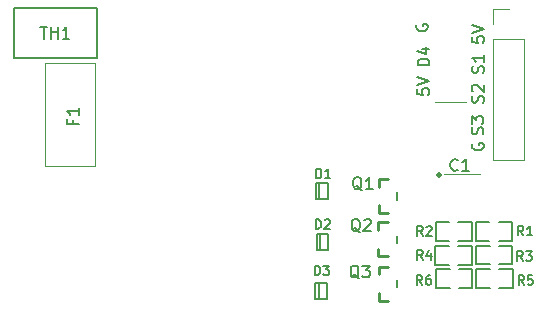
<source format=gbr>
G04 #@! TF.GenerationSoftware,KiCad,Pcbnew,(5.0.2)-1*
G04 #@! TF.CreationDate,2019-05-25T20:10:37+08:00*
G04 #@! TF.ProjectId,3RELAY,3352454c-4159-42e6-9b69-6361645f7063,rev?*
G04 #@! TF.SameCoordinates,Original*
G04 #@! TF.FileFunction,Legend,Top*
G04 #@! TF.FilePolarity,Positive*
%FSLAX46Y46*%
G04 Gerber Fmt 4.6, Leading zero omitted, Abs format (unit mm)*
G04 Created by KiCad (PCBNEW (5.0.2)-1) date 2019-05-25 20:10:37*
%MOMM*%
%LPD*%
G01*
G04 APERTURE LIST*
%ADD10C,0.200000*%
%ADD11C,0.120000*%
%ADD12C,0.254000*%
%ADD13C,0.500000*%
%ADD14C,0.150000*%
G04 APERTURE END LIST*
D10*
X173390940Y-111429515D02*
X173343320Y-111524753D01*
X173343320Y-111667610D01*
X173390940Y-111810467D01*
X173486178Y-111905705D01*
X173581416Y-111953324D01*
X173771892Y-112000943D01*
X173914749Y-112000943D01*
X174105225Y-111953324D01*
X174200463Y-111905705D01*
X174295701Y-111810467D01*
X174343320Y-111667610D01*
X174343320Y-111572372D01*
X174295701Y-111429515D01*
X174248082Y-111381896D01*
X173914749Y-111381896D01*
X173914749Y-111572372D01*
X168728140Y-106784116D02*
X168728140Y-107260306D01*
X169204331Y-107307925D01*
X169156712Y-107260306D01*
X169109093Y-107165068D01*
X169109093Y-106926973D01*
X169156712Y-106831735D01*
X169204331Y-106784116D01*
X169299569Y-106736497D01*
X169537664Y-106736497D01*
X169632902Y-106784116D01*
X169680521Y-106831735D01*
X169728140Y-106926973D01*
X169728140Y-107165068D01*
X169680521Y-107260306D01*
X169632902Y-107307925D01*
X168728140Y-106450782D02*
X169728140Y-106117449D01*
X168728140Y-105784116D01*
X168684320Y-101340635D02*
X168636700Y-101435873D01*
X168636700Y-101578730D01*
X168684320Y-101721587D01*
X168779558Y-101816825D01*
X168874796Y-101864444D01*
X169065272Y-101912063D01*
X169208129Y-101912063D01*
X169398605Y-101864444D01*
X169493843Y-101816825D01*
X169589081Y-101721587D01*
X169636700Y-101578730D01*
X169636700Y-101483492D01*
X169589081Y-101340635D01*
X169541462Y-101293016D01*
X169208129Y-101293016D01*
X169208129Y-101483492D01*
X169756080Y-104801895D02*
X168756080Y-104801895D01*
X168756080Y-104563800D01*
X168803700Y-104420942D01*
X168898938Y-104325704D01*
X168994176Y-104278085D01*
X169184652Y-104230466D01*
X169327509Y-104230466D01*
X169517985Y-104278085D01*
X169613223Y-104325704D01*
X169708461Y-104420942D01*
X169756080Y-104563800D01*
X169756080Y-104801895D01*
X169089414Y-103373323D02*
X169756080Y-103373323D01*
X168708461Y-103611419D02*
X169422747Y-103849514D01*
X169422747Y-103230466D01*
X174280624Y-110627134D02*
X174328243Y-110484277D01*
X174328243Y-110246182D01*
X174280624Y-110150944D01*
X174233005Y-110103325D01*
X174137767Y-110055706D01*
X174042529Y-110055706D01*
X173947291Y-110103325D01*
X173899672Y-110150944D01*
X173852053Y-110246182D01*
X173804434Y-110436658D01*
X173756815Y-110531896D01*
X173709196Y-110579515D01*
X173613958Y-110627134D01*
X173518720Y-110627134D01*
X173423482Y-110579515D01*
X173375863Y-110531896D01*
X173328243Y-110436658D01*
X173328243Y-110198563D01*
X173375863Y-110055706D01*
X173328243Y-109722372D02*
X173328243Y-109103325D01*
X173709196Y-109436658D01*
X173709196Y-109293801D01*
X173756815Y-109198563D01*
X173804434Y-109150944D01*
X173899672Y-109103325D01*
X174137767Y-109103325D01*
X174233005Y-109150944D01*
X174280624Y-109198563D01*
X174328243Y-109293801D01*
X174328243Y-109579515D01*
X174280624Y-109674753D01*
X174233005Y-109722372D01*
X173371423Y-102367126D02*
X173371423Y-102843316D01*
X173847614Y-102890935D01*
X173799995Y-102843316D01*
X173752376Y-102748078D01*
X173752376Y-102509983D01*
X173799995Y-102414745D01*
X173847614Y-102367126D01*
X173942852Y-102319507D01*
X174180947Y-102319507D01*
X174276185Y-102367126D01*
X174323804Y-102414745D01*
X174371423Y-102509983D01*
X174371423Y-102748078D01*
X174323804Y-102843316D01*
X174276185Y-102890935D01*
X173371423Y-102033792D02*
X174371423Y-101700459D01*
X173371423Y-101367126D01*
X174303484Y-107949974D02*
X174351103Y-107807117D01*
X174351103Y-107569022D01*
X174303484Y-107473784D01*
X174255865Y-107426165D01*
X174160627Y-107378546D01*
X174065389Y-107378546D01*
X173970151Y-107426165D01*
X173922532Y-107473784D01*
X173874913Y-107569022D01*
X173827294Y-107759498D01*
X173779675Y-107854736D01*
X173732056Y-107902355D01*
X173636818Y-107949974D01*
X173541580Y-107949974D01*
X173446342Y-107902355D01*
X173398723Y-107854736D01*
X173351103Y-107759498D01*
X173351103Y-107521403D01*
X173398723Y-107378546D01*
X173446342Y-106997593D02*
X173398723Y-106949974D01*
X173351103Y-106854736D01*
X173351103Y-106616641D01*
X173398723Y-106521403D01*
X173446342Y-106473784D01*
X173541580Y-106426165D01*
X173636818Y-106426165D01*
X173779675Y-106473784D01*
X174351103Y-107045212D01*
X174351103Y-106426165D01*
X174323804Y-105432834D02*
X174371423Y-105289977D01*
X174371423Y-105051882D01*
X174323804Y-104956644D01*
X174276185Y-104909025D01*
X174180947Y-104861406D01*
X174085709Y-104861406D01*
X173990471Y-104909025D01*
X173942852Y-104956644D01*
X173895233Y-105051882D01*
X173847614Y-105242358D01*
X173799995Y-105337596D01*
X173752376Y-105385215D01*
X173657138Y-105432834D01*
X173561900Y-105432834D01*
X173466662Y-105385215D01*
X173419043Y-105337596D01*
X173371423Y-105242358D01*
X173371423Y-105004263D01*
X173419043Y-104861406D01*
X174371423Y-103909025D02*
X174371423Y-104480453D01*
X174371423Y-104194739D02*
X173371423Y-104194739D01*
X173514281Y-104289977D01*
X173609519Y-104385215D01*
X173657138Y-104480453D01*
G04 #@! TO.C,R2*
X170270980Y-118046440D02*
X171405980Y-118046440D01*
X173340980Y-119626440D02*
X173340980Y-118046440D01*
X170270980Y-119626440D02*
X170270980Y-118046440D01*
X172205980Y-118046440D02*
X173340980Y-118046440D01*
X170270980Y-119626440D02*
X171405980Y-119626440D01*
X172205980Y-119626440D02*
X173340980Y-119626440D01*
G04 #@! TO.C,R4*
X170268060Y-120114000D02*
X171403060Y-120114000D01*
X173338060Y-121694000D02*
X173338060Y-120114000D01*
X170268060Y-121694000D02*
X170268060Y-120114000D01*
X172203060Y-120114000D02*
X173338060Y-120114000D01*
X170268060Y-121694000D02*
X171403060Y-121694000D01*
X172203060Y-121694000D02*
X173338060Y-121694000D01*
G04 #@! TO.C,R3*
X175642220Y-121635580D02*
X176777220Y-121635580D01*
X173707220Y-121635580D02*
X174842220Y-121635580D01*
X175642220Y-120055580D02*
X176777220Y-120055580D01*
X173707220Y-121635580D02*
X173707220Y-120055580D01*
X176777220Y-121635580D02*
X176777220Y-120055580D01*
X173707220Y-120055580D02*
X174842220Y-120055580D01*
G04 #@! TO.C,R1*
X175634980Y-119646760D02*
X176769980Y-119646760D01*
X173699980Y-119646760D02*
X174834980Y-119646760D01*
X175634980Y-118066760D02*
X176769980Y-118066760D01*
X173699980Y-119646760D02*
X173699980Y-118066760D01*
X176769980Y-119646760D02*
X176769980Y-118066760D01*
X173699980Y-118066760D02*
X174834980Y-118066760D01*
G04 #@! TO.C,R6*
X170329020Y-122054560D02*
X171464020Y-122054560D01*
X173399020Y-123634560D02*
X173399020Y-122054560D01*
X170329020Y-123634560D02*
X170329020Y-122054560D01*
X172264020Y-122054560D02*
X173399020Y-122054560D01*
X170329020Y-123634560D02*
X171464020Y-123634560D01*
X172264020Y-123634560D02*
X173399020Y-123634560D01*
G04 #@! TO.C,R5*
X175672320Y-123657420D02*
X176807320Y-123657420D01*
X173737320Y-123657420D02*
X174872320Y-123657420D01*
X175672320Y-122077420D02*
X176807320Y-122077420D01*
X173737320Y-123657420D02*
X173737320Y-122077420D01*
X176807320Y-123657420D02*
X176807320Y-122077420D01*
X173737320Y-122077420D02*
X174872320Y-122077420D01*
D11*
G04 #@! TO.C,J7*
X170221600Y-107877920D02*
X172881600Y-107877920D01*
G04 #@! TO.C,J4*
X175141580Y-112825840D02*
X177801580Y-112825840D01*
X175141580Y-102605840D02*
X175141580Y-112825840D01*
X177801580Y-102605840D02*
X177801580Y-112825840D01*
X175141580Y-102605840D02*
X177801580Y-102605840D01*
X175141580Y-101335840D02*
X175141580Y-100005840D01*
X175141580Y-100005840D02*
X176471580Y-100005840D01*
D10*
G04 #@! TO.C,D3*
X160384620Y-124591040D02*
X160384620Y-123191040D01*
X160084620Y-124591040D02*
X160084620Y-123191040D01*
X161084620Y-124591040D02*
X161084620Y-123191040D01*
X160084620Y-124591040D02*
X161084620Y-124591040D01*
X160084620Y-123191040D02*
X161084620Y-123191040D01*
D12*
G04 #@! TO.C,Q3*
X165463460Y-122496680D02*
X165463460Y-121836680D01*
X165463460Y-122496680D02*
X165463460Y-121836680D01*
X165463460Y-122496680D02*
X165463460Y-121836680D01*
X165463460Y-121836680D02*
X166278460Y-121836680D01*
X165463460Y-124756680D02*
X166278460Y-124756680D01*
X165463460Y-124756680D02*
X165463460Y-124096680D01*
D10*
X167013460Y-123596680D02*
X167013460Y-122996680D01*
D11*
G04 #@! TO.C,C1*
X170962320Y-113967260D02*
X174035720Y-113967260D01*
D13*
X170568620Y-114105690D02*
X170568620Y-114103150D01*
D10*
G04 #@! TO.C,D2*
X160502520Y-120455920D02*
X160502520Y-119055920D01*
X160202520Y-120455920D02*
X160202520Y-119055920D01*
X161202520Y-120455920D02*
X161202520Y-119055920D01*
X160202520Y-120455920D02*
X161202520Y-120455920D01*
X160202520Y-119055920D02*
X161202520Y-119055920D01*
D12*
G04 #@! TO.C,Q2*
X165437740Y-118706960D02*
X165437740Y-118046960D01*
X165437740Y-118706960D02*
X165437740Y-118046960D01*
X165437740Y-118706960D02*
X165437740Y-118046960D01*
X165437740Y-118046960D02*
X166252740Y-118046960D01*
X165437740Y-120966960D02*
X166252740Y-120966960D01*
X165437740Y-120966960D02*
X165437740Y-120306960D01*
D10*
X166987740Y-119806960D02*
X166987740Y-119206960D01*
D11*
G04 #@! TO.C,F1*
X141454240Y-104603620D02*
X141454240Y-113343620D01*
X141454240Y-104603620D02*
X137214240Y-104603620D01*
X137214240Y-113343620D02*
X141454240Y-113343620D01*
X137214240Y-113343620D02*
X137214240Y-104603620D01*
D14*
G04 #@! TO.C,TH1*
X141573760Y-99974140D02*
X134573760Y-99974140D01*
X141573760Y-104174140D02*
X134573760Y-104174140D01*
X134573760Y-104174140D02*
X134573760Y-99974140D01*
X141573760Y-104174140D02*
X141573760Y-99974140D01*
D10*
G04 #@! TO.C,D1*
X160428860Y-116145540D02*
X160428860Y-114745540D01*
X160128860Y-116145540D02*
X160128860Y-114745540D01*
X161128860Y-116145540D02*
X161128860Y-114745540D01*
X160128860Y-116145540D02*
X161128860Y-116145540D01*
X160128860Y-114745540D02*
X161128860Y-114745540D01*
G04 #@! TO.C,Q1*
X167015680Y-116159520D02*
X167015680Y-115559520D01*
D12*
X165465680Y-117319520D02*
X165465680Y-116659520D01*
X165465680Y-117319520D02*
X166280680Y-117319520D01*
X165465680Y-114399520D02*
X166280680Y-114399520D01*
X165465680Y-115059520D02*
X165465680Y-114399520D01*
X165465680Y-115059520D02*
X165465680Y-114399520D01*
X165465680Y-115059520D02*
X165465680Y-114399520D01*
G04 #@! TO.C,R2*
D14*
X169195766Y-119221204D02*
X168929100Y-118840252D01*
X168738623Y-119221204D02*
X168738623Y-118421204D01*
X169043385Y-118421204D01*
X169119576Y-118459300D01*
X169157671Y-118497395D01*
X169195766Y-118573585D01*
X169195766Y-118687871D01*
X169157671Y-118764061D01*
X169119576Y-118802157D01*
X169043385Y-118840252D01*
X168738623Y-118840252D01*
X169500528Y-118497395D02*
X169538623Y-118459300D01*
X169614814Y-118421204D01*
X169805290Y-118421204D01*
X169881480Y-118459300D01*
X169919576Y-118497395D01*
X169957671Y-118573585D01*
X169957671Y-118649776D01*
X169919576Y-118764061D01*
X169462433Y-119221204D01*
X169957671Y-119221204D01*
G04 #@! TO.C,R4*
X169195766Y-121235424D02*
X168929100Y-120854472D01*
X168738623Y-121235424D02*
X168738623Y-120435424D01*
X169043385Y-120435424D01*
X169119576Y-120473520D01*
X169157671Y-120511615D01*
X169195766Y-120587805D01*
X169195766Y-120702091D01*
X169157671Y-120778281D01*
X169119576Y-120816377D01*
X169043385Y-120854472D01*
X168738623Y-120854472D01*
X169881480Y-120702091D02*
X169881480Y-121235424D01*
X169691004Y-120397329D02*
X169500528Y-120968758D01*
X169995766Y-120968758D01*
G04 #@! TO.C,R3*
X177664126Y-121334484D02*
X177397460Y-120953532D01*
X177206983Y-121334484D02*
X177206983Y-120534484D01*
X177511745Y-120534484D01*
X177587936Y-120572580D01*
X177626031Y-120610675D01*
X177664126Y-120686865D01*
X177664126Y-120801151D01*
X177626031Y-120877341D01*
X177587936Y-120915437D01*
X177511745Y-120953532D01*
X177206983Y-120953532D01*
X177930793Y-120534484D02*
X178426031Y-120534484D01*
X178159364Y-120839246D01*
X178273650Y-120839246D01*
X178349840Y-120877341D01*
X178387936Y-120915437D01*
X178426031Y-120991627D01*
X178426031Y-121182103D01*
X178387936Y-121258294D01*
X178349840Y-121296389D01*
X178273650Y-121334484D01*
X178045079Y-121334484D01*
X177968888Y-121296389D01*
X177930793Y-121258294D01*
G04 #@! TO.C,R1*
X177702226Y-119190724D02*
X177435560Y-118809772D01*
X177245083Y-119190724D02*
X177245083Y-118390724D01*
X177549845Y-118390724D01*
X177626036Y-118428820D01*
X177664131Y-118466915D01*
X177702226Y-118543105D01*
X177702226Y-118657391D01*
X177664131Y-118733581D01*
X177626036Y-118771677D01*
X177549845Y-118809772D01*
X177245083Y-118809772D01*
X178464131Y-119190724D02*
X178006988Y-119190724D01*
X178235560Y-119190724D02*
X178235560Y-118390724D01*
X178159369Y-118505010D01*
X178083179Y-118581200D01*
X178006988Y-118619296D01*
G04 #@! TO.C,R6*
X169137346Y-123381724D02*
X168870680Y-123000772D01*
X168680203Y-123381724D02*
X168680203Y-122581724D01*
X168984965Y-122581724D01*
X169061156Y-122619820D01*
X169099251Y-122657915D01*
X169137346Y-122734105D01*
X169137346Y-122848391D01*
X169099251Y-122924581D01*
X169061156Y-122962677D01*
X168984965Y-123000772D01*
X168680203Y-123000772D01*
X169823060Y-122581724D02*
X169670680Y-122581724D01*
X169594489Y-122619820D01*
X169556394Y-122657915D01*
X169480203Y-122772200D01*
X169442108Y-122924581D01*
X169442108Y-123229343D01*
X169480203Y-123305534D01*
X169518299Y-123343629D01*
X169594489Y-123381724D01*
X169746870Y-123381724D01*
X169823060Y-123343629D01*
X169861156Y-123305534D01*
X169899251Y-123229343D01*
X169899251Y-123038867D01*
X169861156Y-122962677D01*
X169823060Y-122924581D01*
X169746870Y-122886486D01*
X169594489Y-122886486D01*
X169518299Y-122924581D01*
X169480203Y-122962677D01*
X169442108Y-123038867D01*
G04 #@! TO.C,R5*
X177753026Y-123384264D02*
X177486360Y-123003312D01*
X177295883Y-123384264D02*
X177295883Y-122584264D01*
X177600645Y-122584264D01*
X177676836Y-122622360D01*
X177714931Y-122660455D01*
X177753026Y-122736645D01*
X177753026Y-122850931D01*
X177714931Y-122927121D01*
X177676836Y-122965217D01*
X177600645Y-123003312D01*
X177295883Y-123003312D01*
X178476836Y-122584264D02*
X178095883Y-122584264D01*
X178057788Y-122965217D01*
X178095883Y-122927121D01*
X178172074Y-122889026D01*
X178362550Y-122889026D01*
X178438740Y-122927121D01*
X178476836Y-122965217D01*
X178514931Y-123041407D01*
X178514931Y-123231883D01*
X178476836Y-123308074D01*
X178438740Y-123346169D01*
X178362550Y-123384264D01*
X178172074Y-123384264D01*
X178095883Y-123346169D01*
X178057788Y-123308074D01*
G04 #@! TO.C,D3*
X160044203Y-122574004D02*
X160044203Y-121774004D01*
X160234680Y-121774004D01*
X160348965Y-121812100D01*
X160425156Y-121888290D01*
X160463251Y-121964480D01*
X160501346Y-122116861D01*
X160501346Y-122231147D01*
X160463251Y-122383528D01*
X160425156Y-122459719D01*
X160348965Y-122535909D01*
X160234680Y-122574004D01*
X160044203Y-122574004D01*
X160768013Y-121774004D02*
X161263251Y-121774004D01*
X160996584Y-122078766D01*
X161110870Y-122078766D01*
X161187060Y-122116861D01*
X161225156Y-122154957D01*
X161263251Y-122231147D01*
X161263251Y-122421623D01*
X161225156Y-122497814D01*
X161187060Y-122535909D01*
X161110870Y-122574004D01*
X160882299Y-122574004D01*
X160806108Y-122535909D01*
X160768013Y-122497814D01*
G04 #@! TO.C,Q3*
X163790641Y-122838459D02*
X163695403Y-122790840D01*
X163600165Y-122695601D01*
X163457308Y-122552744D01*
X163362070Y-122505125D01*
X163266832Y-122505125D01*
X163314451Y-122743220D02*
X163219213Y-122695601D01*
X163123975Y-122600363D01*
X163076356Y-122409887D01*
X163076356Y-122076554D01*
X163123975Y-121886078D01*
X163219213Y-121790840D01*
X163314451Y-121743220D01*
X163504927Y-121743220D01*
X163600165Y-121790840D01*
X163695403Y-121886078D01*
X163743022Y-122076554D01*
X163743022Y-122409887D01*
X163695403Y-122600363D01*
X163600165Y-122695601D01*
X163504927Y-122743220D01*
X163314451Y-122743220D01*
X164076356Y-121743220D02*
X164695403Y-121743220D01*
X164362070Y-122124173D01*
X164504927Y-122124173D01*
X164600165Y-122171792D01*
X164647784Y-122219411D01*
X164695403Y-122314649D01*
X164695403Y-122552744D01*
X164647784Y-122647982D01*
X164600165Y-122695601D01*
X164504927Y-122743220D01*
X164219213Y-122743220D01*
X164123975Y-122695601D01*
X164076356Y-122647982D01*
G04 #@! TO.C,C1*
X172147953Y-113638602D02*
X172100334Y-113686221D01*
X171957477Y-113733840D01*
X171862239Y-113733840D01*
X171719381Y-113686221D01*
X171624143Y-113590983D01*
X171576524Y-113495745D01*
X171528905Y-113305269D01*
X171528905Y-113162412D01*
X171576524Y-112971936D01*
X171624143Y-112876698D01*
X171719381Y-112781460D01*
X171862239Y-112733840D01*
X171957477Y-112733840D01*
X172100334Y-112781460D01*
X172147953Y-112829079D01*
X173100334Y-113733840D02*
X172528905Y-113733840D01*
X172814620Y-113733840D02*
X172814620Y-112733840D01*
X172719381Y-112876698D01*
X172624143Y-112971936D01*
X172528905Y-113019555D01*
G04 #@! TO.C,D2*
X160120403Y-118637004D02*
X160120403Y-117837004D01*
X160310880Y-117837004D01*
X160425165Y-117875100D01*
X160501356Y-117951290D01*
X160539451Y-118027480D01*
X160577546Y-118179861D01*
X160577546Y-118294147D01*
X160539451Y-118446528D01*
X160501356Y-118522719D01*
X160425165Y-118598909D01*
X160310880Y-118637004D01*
X160120403Y-118637004D01*
X160882308Y-117913195D02*
X160920403Y-117875100D01*
X160996594Y-117837004D01*
X161187070Y-117837004D01*
X161263260Y-117875100D01*
X161301356Y-117913195D01*
X161339451Y-117989385D01*
X161339451Y-118065576D01*
X161301356Y-118179861D01*
X160844213Y-118637004D01*
X161339451Y-118637004D01*
G04 #@! TO.C,Q2*
X163882081Y-118911619D02*
X163786843Y-118864000D01*
X163691605Y-118768761D01*
X163548748Y-118625904D01*
X163453510Y-118578285D01*
X163358272Y-118578285D01*
X163405891Y-118816380D02*
X163310653Y-118768761D01*
X163215415Y-118673523D01*
X163167796Y-118483047D01*
X163167796Y-118149714D01*
X163215415Y-117959238D01*
X163310653Y-117864000D01*
X163405891Y-117816380D01*
X163596367Y-117816380D01*
X163691605Y-117864000D01*
X163786843Y-117959238D01*
X163834462Y-118149714D01*
X163834462Y-118483047D01*
X163786843Y-118673523D01*
X163691605Y-118768761D01*
X163596367Y-118816380D01*
X163405891Y-118816380D01*
X164215415Y-117911619D02*
X164263034Y-117864000D01*
X164358272Y-117816380D01*
X164596367Y-117816380D01*
X164691605Y-117864000D01*
X164739224Y-117911619D01*
X164786843Y-118006857D01*
X164786843Y-118102095D01*
X164739224Y-118244952D01*
X164167796Y-118816380D01*
X164786843Y-118816380D01*
G04 #@! TO.C,F1*
X139549991Y-109464433D02*
X139549991Y-109797766D01*
X140073800Y-109797766D02*
X139073800Y-109797766D01*
X139073800Y-109321576D01*
X140073800Y-108416814D02*
X140073800Y-108988242D01*
X140073800Y-108702528D02*
X139073800Y-108702528D01*
X139216658Y-108797766D01*
X139311896Y-108893004D01*
X139359515Y-108988242D01*
G04 #@! TO.C,TH1*
X136793765Y-101527360D02*
X137365194Y-101527360D01*
X137079480Y-102527360D02*
X137079480Y-101527360D01*
X137698527Y-102527360D02*
X137698527Y-101527360D01*
X137698527Y-102003551D02*
X138269956Y-102003551D01*
X138269956Y-102527360D02*
X138269956Y-101527360D01*
X139269956Y-102527360D02*
X138698527Y-102527360D01*
X138984241Y-102527360D02*
X138984241Y-101527360D01*
X138889003Y-101670218D01*
X138793765Y-101765456D01*
X138698527Y-101813075D01*
G04 #@! TO.C,D1*
X160158503Y-114341864D02*
X160158503Y-113541864D01*
X160348980Y-113541864D01*
X160463265Y-113579960D01*
X160539456Y-113656150D01*
X160577551Y-113732340D01*
X160615646Y-113884721D01*
X160615646Y-113999007D01*
X160577551Y-114151388D01*
X160539456Y-114227579D01*
X160463265Y-114303769D01*
X160348980Y-114341864D01*
X160158503Y-114341864D01*
X161377551Y-114341864D02*
X160920408Y-114341864D01*
X161148980Y-114341864D02*
X161148980Y-113541864D01*
X161072789Y-113656150D01*
X160996599Y-113732340D01*
X160920408Y-113770436D01*
G04 #@! TO.C,Q1*
X164031941Y-115373399D02*
X163936703Y-115325780D01*
X163841465Y-115230541D01*
X163698608Y-115087684D01*
X163603370Y-115040065D01*
X163508132Y-115040065D01*
X163555751Y-115278160D02*
X163460513Y-115230541D01*
X163365275Y-115135303D01*
X163317656Y-114944827D01*
X163317656Y-114611494D01*
X163365275Y-114421018D01*
X163460513Y-114325780D01*
X163555751Y-114278160D01*
X163746227Y-114278160D01*
X163841465Y-114325780D01*
X163936703Y-114421018D01*
X163984322Y-114611494D01*
X163984322Y-114944827D01*
X163936703Y-115135303D01*
X163841465Y-115230541D01*
X163746227Y-115278160D01*
X163555751Y-115278160D01*
X164936703Y-115278160D02*
X164365275Y-115278160D01*
X164650989Y-115278160D02*
X164650989Y-114278160D01*
X164555751Y-114421018D01*
X164460513Y-114516256D01*
X164365275Y-114563875D01*
G04 #@! TD*
M02*

</source>
